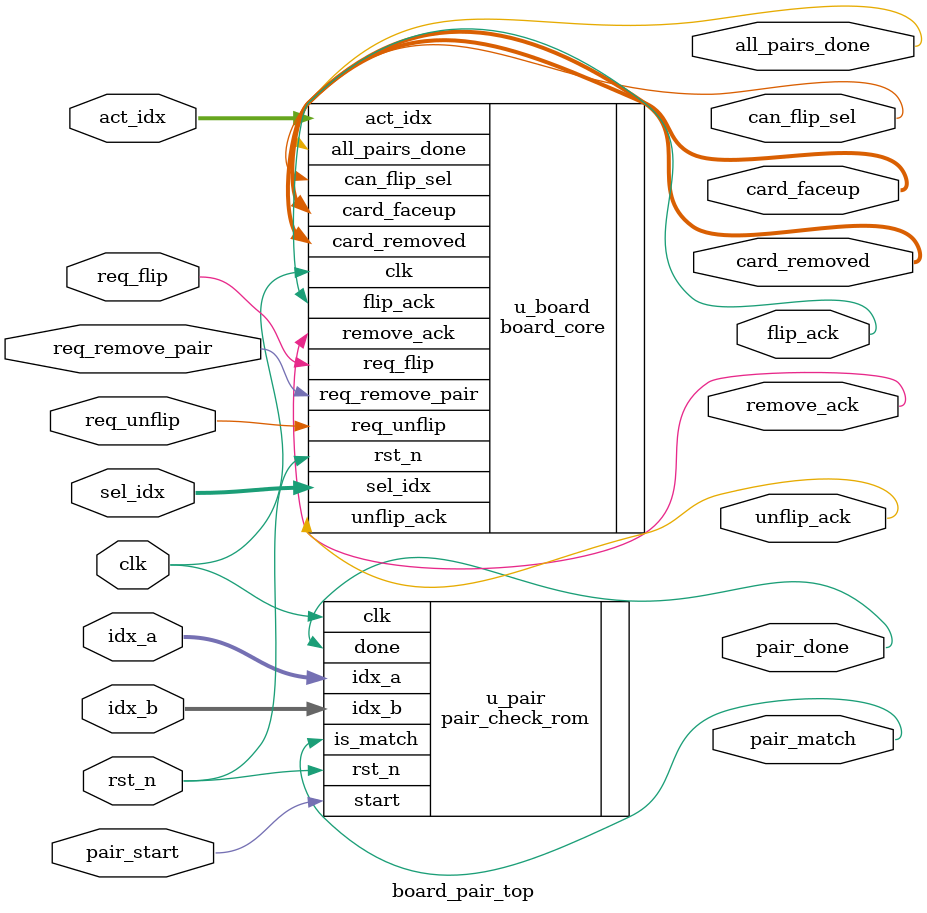
<source format=sv>
module board_pair_top (
    input  logic        clk,
    input  logic        rst_n,

    // ---- Control hacia board_core ----
    input  logic [3:0]  sel_idx,
    input  logic [3:0]  act_idx,
    input  logic        req_flip,
    input  logic        req_unflip,
    input  logic        req_remove_pair,

    // ---- Handshakes/estados desde board_core ----
    output logic        can_flip_sel,
    output logic        flip_ack,
    output logic        unflip_ack,
    output logic        remove_ack,
    output logic        all_pairs_done,

    // ---- Visibilidad de tablero ----
    output logic [15:0] card_faceup,
    output logic [15:0] card_removed,

    // ---- Señales para verificación de pareja ----
    input  logic [3:0]  idx_a,
    input  logic [3:0]  idx_b,
    input  logic        pair_start,    // pulso/level, se detecta flanco interno en pair_check_rom
    output logic        pair_done,     // pulso 1 ciclo
    output logic        pair_match     // resultado
);

    // -----------------------------
    // board_core
    // -----------------------------
    board_core u_board (
        .clk            (clk),
        .rst_n          (rst_n),
        .sel_idx        (sel_idx),
        .act_idx        (act_idx),
        .req_flip       (req_flip),
        .req_unflip     (req_unflip),
        .req_remove_pair(req_remove_pair),
        .can_flip_sel   (can_flip_sel),
        .flip_ack       (flip_ack),
        .unflip_ack     (unflip_ack),
        .remove_ack     (remove_ack),
        .all_pairs_done (all_pairs_done),
        .card_faceup    (card_faceup),
        .card_removed   (card_removed)
    );

    // -----------------------------
    // pair_check_rom
    // -----------------------------
    pair_check_rom u_pair (
        .clk      (clk),
        .rst_n    (rst_n),       // <— Faltaba
        .start    (pair_start),
        .idx_a    (idx_a),
        .idx_b    (idx_b),
        .done     (pair_done),
        .is_match (pair_match)   // <— Nombre correcto de la salida
    );

endmodule

</source>
